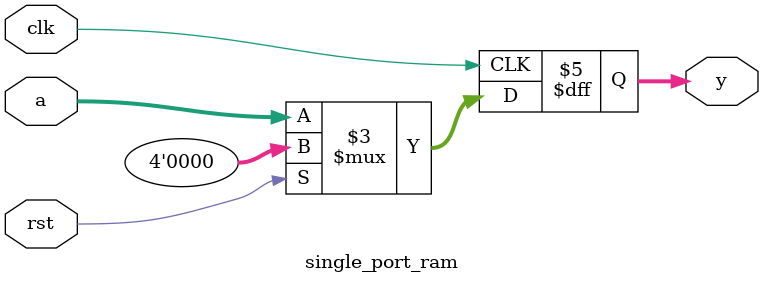
<source format=v>
/* 
 * Corevexis Semiconductor 
 * Example 86: SINGLE PORT RAM 
 */

module single_port_ram (
    input clk,
    input rst,
    input [3:0] a,
    output reg [3:0] y
);

always @(posedge clk) begin
    if(rst) y <= 4'b0;
    else y <= a; 
end

endmodule
</source>
